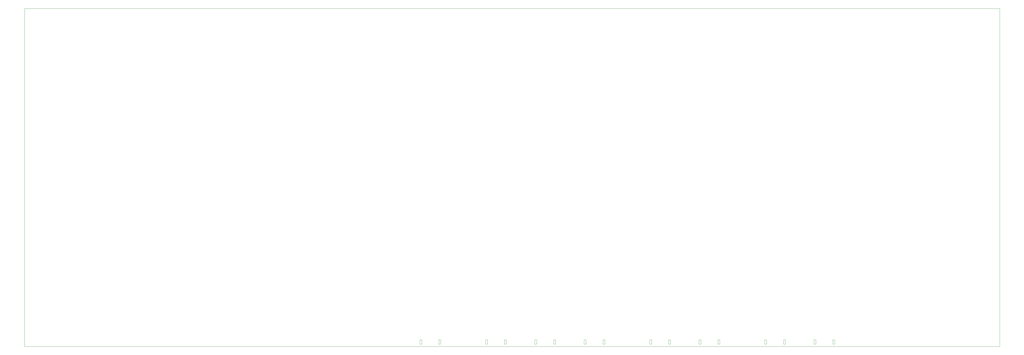
<source format=gm1>
G04 #@! TF.GenerationSoftware,KiCad,Pcbnew,5.1.5-52549c5~84~ubuntu18.04.1*
G04 #@! TF.CreationDate,2020-03-01T20:40:58-05:00*
G04 #@! TF.ProjectId,cropdroid-room,63726f70-6472-46f6-9964-2d726f6f6d2e,v0.4a*
G04 #@! TF.SameCoordinates,Original*
G04 #@! TF.FileFunction,Profile,NP*
%FSLAX46Y46*%
G04 Gerber Fmt 4.6, Leading zero omitted, Abs format (unit mm)*
G04 Created by KiCad (PCBNEW 5.1.5-52549c5~84~ubuntu18.04.1) date 2020-03-01 20:40:58*
%MOMM*%
%LPD*%
G04 APERTURE LIST*
%ADD10C,0.050000*%
%ADD11C,0.000100*%
G04 APERTURE END LIST*
D10*
X20828000Y-177546000D02*
X20828000Y-46482000D01*
X398018000Y-177546000D02*
X20828000Y-177546000D01*
X398018000Y-46482000D02*
X398018000Y-177546000D01*
X20828000Y-46482000D02*
X398018000Y-46482000D01*
D11*
X174150000Y-176768800D02*
G75*
G03X174500000Y-176418800I0J350000D01*
G01*
X173800000Y-176418800D02*
G75*
G03X174150000Y-176768800I350000J0D01*
G01*
X174150000Y-174868800D02*
G75*
G03X173800000Y-175218800I0J-350000D01*
G01*
X174500000Y-175218800D02*
G75*
G03X174150000Y-174868800I-350000J0D01*
G01*
X173800000Y-175218800D02*
X173800000Y-176418800D01*
X174500000Y-175218800D02*
X174500000Y-176418800D01*
X181450000Y-176768800D02*
G75*
G03X181800000Y-176418800I0J350000D01*
G01*
X181100000Y-176418800D02*
G75*
G03X181450000Y-176768800I350000J0D01*
G01*
X181450000Y-174868800D02*
G75*
G03X181100000Y-175218800I0J-350000D01*
G01*
X181800000Y-175218800D02*
G75*
G03X181450000Y-174868800I-350000J0D01*
G01*
X181100000Y-175218800D02*
X181100000Y-176418800D01*
X181800000Y-175218800D02*
X181800000Y-176418800D01*
X199550000Y-176768800D02*
G75*
G03X199900000Y-176418800I0J350000D01*
G01*
X199200000Y-176418800D02*
G75*
G03X199550000Y-176768800I350000J0D01*
G01*
X199550000Y-174868800D02*
G75*
G03X199200000Y-175218800I0J-350000D01*
G01*
X199900000Y-175218800D02*
G75*
G03X199550000Y-174868800I-350000J0D01*
G01*
X199200000Y-175218800D02*
X199200000Y-176418800D01*
X199900000Y-175218800D02*
X199900000Y-176418800D01*
X206850000Y-176768800D02*
G75*
G03X207200000Y-176418800I0J350000D01*
G01*
X206500000Y-176418800D02*
G75*
G03X206850000Y-176768800I350000J0D01*
G01*
X206850000Y-174868800D02*
G75*
G03X206500000Y-175218800I0J-350000D01*
G01*
X207200000Y-175218800D02*
G75*
G03X206850000Y-174868800I-350000J0D01*
G01*
X206500000Y-175218800D02*
X206500000Y-176418800D01*
X207200000Y-175218800D02*
X207200000Y-176418800D01*
X263050000Y-176768800D02*
G75*
G03X263400000Y-176418800I0J350000D01*
G01*
X262700000Y-176418800D02*
G75*
G03X263050000Y-176768800I350000J0D01*
G01*
X263050000Y-174868800D02*
G75*
G03X262700000Y-175218800I0J-350000D01*
G01*
X263400000Y-175218800D02*
G75*
G03X263050000Y-174868800I-350000J0D01*
G01*
X262700000Y-175218800D02*
X262700000Y-176418800D01*
X263400000Y-175218800D02*
X263400000Y-176418800D01*
X270350000Y-176768800D02*
G75*
G03X270700000Y-176418800I0J350000D01*
G01*
X270000000Y-176418800D02*
G75*
G03X270350000Y-176768800I350000J0D01*
G01*
X270350000Y-174868800D02*
G75*
G03X270000000Y-175218800I0J-350000D01*
G01*
X270700000Y-175218800D02*
G75*
G03X270350000Y-174868800I-350000J0D01*
G01*
X270000000Y-175218800D02*
X270000000Y-176418800D01*
X270700000Y-175218800D02*
X270700000Y-176418800D01*
X326550000Y-176768800D02*
G75*
G03X326900000Y-176418800I0J350000D01*
G01*
X326200000Y-176418800D02*
G75*
G03X326550000Y-176768800I350000J0D01*
G01*
X326550000Y-174868800D02*
G75*
G03X326200000Y-175218800I0J-350000D01*
G01*
X326900000Y-175218800D02*
G75*
G03X326550000Y-174868800I-350000J0D01*
G01*
X326200000Y-175218800D02*
X326200000Y-176418800D01*
X326900000Y-175218800D02*
X326900000Y-176418800D01*
X333850000Y-176768800D02*
G75*
G03X334200000Y-176418800I0J350000D01*
G01*
X333500000Y-176418800D02*
G75*
G03X333850000Y-176768800I350000J0D01*
G01*
X333850000Y-174868800D02*
G75*
G03X333500000Y-175218800I0J-350000D01*
G01*
X334200000Y-175218800D02*
G75*
G03X333850000Y-174868800I-350000J0D01*
G01*
X333500000Y-175218800D02*
X333500000Y-176418800D01*
X334200000Y-175218800D02*
X334200000Y-176418800D01*
X218600000Y-176768800D02*
G75*
G03X218950000Y-176418800I0J350000D01*
G01*
X218250000Y-176418800D02*
G75*
G03X218600000Y-176768800I350000J0D01*
G01*
X218600000Y-174868800D02*
G75*
G03X218250000Y-175218800I0J-350000D01*
G01*
X218950000Y-175218800D02*
G75*
G03X218600000Y-174868800I-350000J0D01*
G01*
X218250000Y-175218800D02*
X218250000Y-176418800D01*
X218950000Y-175218800D02*
X218950000Y-176418800D01*
X225900000Y-176768800D02*
G75*
G03X226250000Y-176418800I0J350000D01*
G01*
X225550000Y-176418800D02*
G75*
G03X225900000Y-176768800I350000J0D01*
G01*
X225900000Y-174868800D02*
G75*
G03X225550000Y-175218800I0J-350000D01*
G01*
X226250000Y-175218800D02*
G75*
G03X225900000Y-174868800I-350000J0D01*
G01*
X225550000Y-175218800D02*
X225550000Y-176418800D01*
X226250000Y-175218800D02*
X226250000Y-176418800D01*
X282100000Y-176768800D02*
G75*
G03X282450000Y-176418800I0J350000D01*
G01*
X281750000Y-176418800D02*
G75*
G03X282100000Y-176768800I350000J0D01*
G01*
X282100000Y-174868800D02*
G75*
G03X281750000Y-175218800I0J-350000D01*
G01*
X282450000Y-175218800D02*
G75*
G03X282100000Y-174868800I-350000J0D01*
G01*
X281750000Y-175218800D02*
X281750000Y-176418800D01*
X282450000Y-175218800D02*
X282450000Y-176418800D01*
X289400000Y-176768800D02*
G75*
G03X289750000Y-176418800I0J350000D01*
G01*
X289050000Y-176418800D02*
G75*
G03X289400000Y-176768800I350000J0D01*
G01*
X289400000Y-174868800D02*
G75*
G03X289050000Y-175218800I0J-350000D01*
G01*
X289750000Y-175218800D02*
G75*
G03X289400000Y-174868800I-350000J0D01*
G01*
X289050000Y-175218800D02*
X289050000Y-176418800D01*
X289750000Y-175218800D02*
X289750000Y-176418800D01*
X237650000Y-176768800D02*
G75*
G03X238000000Y-176418800I0J350000D01*
G01*
X237300000Y-176418800D02*
G75*
G03X237650000Y-176768800I350000J0D01*
G01*
X237650000Y-174868800D02*
G75*
G03X237300000Y-175218800I0J-350000D01*
G01*
X238000000Y-175218800D02*
G75*
G03X237650000Y-174868800I-350000J0D01*
G01*
X237300000Y-175218800D02*
X237300000Y-176418800D01*
X238000000Y-175218800D02*
X238000000Y-176418800D01*
X244950000Y-176768800D02*
G75*
G03X245300000Y-176418800I0J350000D01*
G01*
X244600000Y-176418800D02*
G75*
G03X244950000Y-176768800I350000J0D01*
G01*
X244950000Y-174868800D02*
G75*
G03X244600000Y-175218800I0J-350000D01*
G01*
X245300000Y-175218800D02*
G75*
G03X244950000Y-174868800I-350000J0D01*
G01*
X244600000Y-175218800D02*
X244600000Y-176418800D01*
X245300000Y-175218800D02*
X245300000Y-176418800D01*
X307500000Y-176768800D02*
G75*
G03X307850000Y-176418800I0J350000D01*
G01*
X307150000Y-176418800D02*
G75*
G03X307500000Y-176768800I350000J0D01*
G01*
X307500000Y-174868800D02*
G75*
G03X307150000Y-175218800I0J-350000D01*
G01*
X307850000Y-175218800D02*
G75*
G03X307500000Y-174868800I-350000J0D01*
G01*
X307150000Y-175218800D02*
X307150000Y-176418800D01*
X307850000Y-175218800D02*
X307850000Y-176418800D01*
X314800000Y-176768800D02*
G75*
G03X315150000Y-176418800I0J350000D01*
G01*
X314450000Y-176418800D02*
G75*
G03X314800000Y-176768800I350000J0D01*
G01*
X314800000Y-174868800D02*
G75*
G03X314450000Y-175218800I0J-350000D01*
G01*
X315150000Y-175218800D02*
G75*
G03X314800000Y-174868800I-350000J0D01*
G01*
X314450000Y-175218800D02*
X314450000Y-176418800D01*
X315150000Y-175218800D02*
X315150000Y-176418800D01*
M02*

</source>
